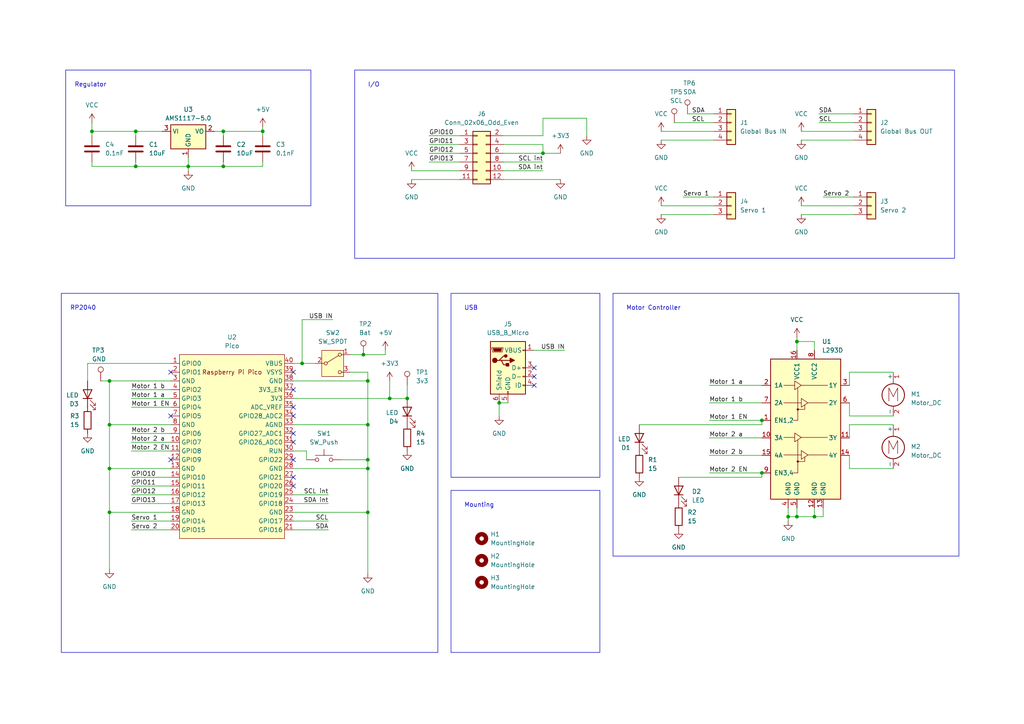
<source format=kicad_sch>
(kicad_sch (version 20230121) (generator eeschema)
  (paper "A4")
  (lib_symbols
    (symbol "Connector:TestPoint" (pin_numbers hide) (pin_names (offset 0.762) hide)
      (property "Reference" "TP" (at 0 6.858 0))
      (property "Value" "TestPoint" (at 0 5.08 0))
      (symbol "TestPoint_0_1"
        (circle (center 0 3.302) (radius 0.762))
      )
      (symbol "TestPoint_1_1"
        (pin passive line (at 0 0 90) (length 2.54) (name "1") (number "1"))
      )
    )
    (symbol "Connector:USB_B_Micro" (pin_names (offset 1.016))
      (property "Reference" "J" (at -5.08 11.43 0))
      (property "Value" "USB_B_Micro" (at -5.08 8.89 0))
      (symbol "USB_B_Micro_0_1"
        (rectangle (start -5.08 -7.62) (end 5.08 7.62) (stroke (width 0.254)) (fill (type background)))
        (circle (center -3.81 2.159) (radius 0.635) (stroke (width 0.254)) (fill (type outline)))
        (circle (center -0.635 3.429) (radius 0.381) (stroke (width 0.254)) (fill (type outline)))
        (rectangle (start -0.127 -7.62) (end 0.127 -6.858))
        (polyline (pts (xy -1.905 2.159) (xy 0.635 2.159)) (stroke (width 0.254)))
        (polyline (pts (xy -3.175 2.159) (xy -2.54 2.159) (xy -1.27 3.429) (xy -0.635 3.429)) (stroke (width 0.254)))
        (polyline (pts (xy -2.54 2.159) (xy -1.905 2.159) (xy -1.27 0.889) (xy 0 0.889)) (stroke (width 0.254)))
        (polyline (pts (xy 0.635 2.794) (xy 0.635 1.524) (xy 1.905 2.159) (xy 0.635 2.794)) (stroke (width 0.254)) (fill (type outline)))
        (polyline (pts (xy -4.318 5.588) (xy -1.778 5.588) (xy -2.032 4.826) (xy -4.064 4.826) (xy -4.318 5.588)) (fill (type outline)))
        (polyline (pts (xy -4.699 5.842) (xy -4.699 5.588) (xy -4.445 4.826) (xy -4.445 4.572) (xy -1.651 4.572) (xy -1.651 4.826) (xy -1.397 5.588) (xy -1.397 5.842) (xy -4.699 5.842)))
        (rectangle (start 0.254 1.27) (end -0.508 0.508) (stroke (width 0.254)) (fill (type outline)))
        (rectangle (start 5.08 -5.207) (end 4.318 -4.953))
        (rectangle (start 5.08 -2.667) (end 4.318 -2.413))
        (rectangle (start 5.08 -0.127) (end 4.318 0.127))
        (rectangle (start 5.08 4.953) (end 4.318 5.207))
      )
      (symbol "USB_B_Micro_1_1"
        (pin power_out line (at 7.62 5.08 180) (length 2.54) (name "VBUS") (number "1"))
        (pin bidirectional line (at 7.62 -2.54 180) (length 2.54) (name "D-") (number "2"))
        (pin bidirectional line (at 7.62 0 180) (length 2.54) (name "D+") (number "3"))
        (pin passive line (at 7.62 -5.08 180) (length 2.54) (name "ID") (number "4"))
        (pin power_out line (at 0 -10.16 90) (length 2.54) (name "GND") (number "5"))
        (pin passive line (at -2.54 -10.16 90) (length 2.54) (name "Shield") (number "6"))
      )
    )
    (symbol "Connector_Generic:Conn_01x03" (pin_names (offset 1.016) hide)
      (property "Reference" "J" (at 0 5.08 0))
      (property "Value" "Conn_01x03" (at 0 -5.08 0))
      (symbol "Conn_01x03_1_1"
        (rectangle (start -1.27 -2.413) (end 0 -2.667) (stroke (width 0.1524)))
        (rectangle (start -1.27 0.127) (end 0 -0.127) (stroke (width 0.1524)))
        (rectangle (start -1.27 2.667) (end 0 2.413) (stroke (width 0.1524)))
        (rectangle (start -1.27 3.81) (end 1.27 -3.81) (stroke (width 0.254)) (fill (type background)))
        (pin passive line (at -5.08 2.54 0) (length 3.81) (name "Pin_1") (number "1"))
        (pin passive line (at -5.08 0 0) (length 3.81) (name "Pin_2") (number "2"))
        (pin passive line (at -5.08 -2.54 0) (length 3.81) (name "Pin_3") (number "3"))
      )
    )
    (symbol "Connector_Generic:Conn_01x04" (pin_names (offset 1.016) hide)
      (property "Reference" "J" (at 0 5.08 0))
      (property "Value" "Conn_01x04" (at 0 -7.62 0))
      (symbol "Conn_01x04_1_1"
        (rectangle (start -1.27 -4.953) (end 0 -5.207) (stroke (width 0.1524)))
        (rectangle (start -1.27 -2.413) (end 0 -2.667) (stroke (width 0.1524)))
        (rectangle (start -1.27 0.127) (end 0 -0.127) (stroke (width 0.1524)))
        (rectangle (start -1.27 2.667) (end 0 2.413) (stroke (width 0.1524)))
        (rectangle (start -1.27 3.81) (end 1.27 -6.35) (stroke (width 0.254)) (fill (type background)))
        (pin passive line (at -5.08 2.54 0) (length 3.81) (name "Pin_1") (number "1"))
        (pin passive line (at -5.08 0 0) (length 3.81) (name "Pin_2") (number "2"))
        (pin passive line (at -5.08 -2.54 0) (length 3.81) (name "Pin_3") (number "3"))
        (pin passive line (at -5.08 -5.08 0) (length 3.81) (name "Pin_4") (number "4"))
      )
    )
    (symbol "Connector_Generic:Conn_02x06_Odd_Even" (pin_names (offset 1.016) hide)
      (property "Reference" "J" (at 1.27 7.62 0))
      (property "Value" "Conn_02x06_Odd_Even" (at 1.27 -10.16 0))
      (symbol "Conn_02x06_Odd_Even_1_1"
        (rectangle (start -1.27 -7.493) (end 0 -7.747) (stroke (width 0.1524)))
        (rectangle (start -1.27 -4.953) (end 0 -5.207) (stroke (width 0.1524)))
        (rectangle (start -1.27 -2.413) (end 0 -2.667) (stroke (width 0.1524)))
        (rectangle (start -1.27 0.127) (end 0 -0.127) (stroke (width 0.1524)))
        (rectangle (start -1.27 2.667) (end 0 2.413) (stroke (width 0.1524)))
        (rectangle (start -1.27 5.207) (end 0 4.953) (stroke (width 0.1524)))
        (rectangle (start -1.27 6.35) (end 3.81 -8.89) (stroke (width 0.254)) (fill (type background)))
        (rectangle (start 3.81 -7.493) (end 2.54 -7.747) (stroke (width 0.1524)))
        (rectangle (start 3.81 -4.953) (end 2.54 -5.207) (stroke (width 0.1524)))
        (rectangle (start 3.81 -2.413) (end 2.54 -2.667) (stroke (width 0.1524)))
        (rectangle (start 3.81 0.127) (end 2.54 -0.127) (stroke (width 0.1524)))
        (rectangle (start 3.81 2.667) (end 2.54 2.413) (stroke (width 0.1524)))
        (rectangle (start 3.81 5.207) (end 2.54 4.953) (stroke (width 0.1524)))
        (pin passive line (at -5.08 5.08 0) (length 3.81) (name "Pin_1") (number "1"))
        (pin passive line (at 7.62 -5.08 180) (length 3.81) (name "Pin_10") (number "10"))
        (pin passive line (at -5.08 -7.62 0) (length 3.81) (name "Pin_11") (number "11"))
        (pin passive line (at 7.62 -7.62 180) (length 3.81) (name "Pin_12") (number "12"))
        (pin passive line (at 7.62 5.08 180) (length 3.81) (name "Pin_2") (number "2"))
        (pin passive line (at -5.08 2.54 0) (length 3.81) (name "Pin_3") (number "3"))
        (pin passive line (at 7.62 2.54 180) (length 3.81) (name "Pin_4") (number "4"))
        (pin passive line (at -5.08 0 0) (length 3.81) (name "Pin_5") (number "5"))
        (pin passive line (at 7.62 0 180) (length 3.81) (name "Pin_6") (number "6"))
        (pin passive line (at -5.08 -2.54 0) (length 3.81) (name "Pin_7") (number "7"))
        (pin passive line (at 7.62 -2.54 180) (length 3.81) (name "Pin_8") (number "8"))
        (pin passive line (at -5.08 -5.08 0) (length 3.81) (name "Pin_9") (number "9"))
      )
    )
    (symbol "Device:C" (pin_numbers hide) (pin_names (offset 0.254))
      (property "Reference" "C" (at 0.635 2.54 0))
      (property "Value" "C" (at 0.635 -2.54 0))
      (symbol "C_0_1"
        (polyline (pts (xy -2.032 -0.762) (xy 2.032 -0.762)) (stroke (width 0.508)))
        (polyline (pts (xy -2.032 0.762) (xy 2.032 0.762)) (stroke (width 0.508)))
      )
      (symbol "C_1_1"
        (pin passive line (at 0 3.81 270) (length 2.794) (name "~") (number "1"))
        (pin passive line (at 0 -3.81 90) (length 2.794) (name "~") (number "2"))
      )
    )
    (symbol "Device:LED" (pin_numbers hide) (pin_names (offset 1.016) hide)
      (property "Reference" "D" (at 0 2.54 0))
      (property "Value" "LED" (at 0 -2.54 0))
      (symbol "LED_0_1"
        (polyline (pts (xy -1.27 -1.27) (xy -1.27 1.27)) (stroke (width 0.254)))
        (polyline (pts (xy -1.27 0) (xy 1.27 0)))
        (polyline (pts (xy 1.27 -1.27) (xy 1.27 1.27) (xy -1.27 0) (xy 1.27 -1.27)) (stroke (width 0.254)))
        (polyline (pts (xy -3.048 -0.762) (xy -4.572 -2.286) (xy -3.81 -2.286) (xy -4.572 -2.286) (xy -4.572 -1.524)))
        (polyline (pts (xy -1.778 -0.762) (xy -3.302 -2.286) (xy -2.54 -2.286) (xy -3.302 -2.286) (xy -3.302 -1.524)))
      )
      (symbol "LED_1_1"
        (pin passive line (at -3.81 0 0) (length 2.54) (name "K") (number "1"))
        (pin passive line (at 3.81 0 180) (length 2.54) (name "A") (number "2"))
      )
    )
    (symbol "Device:R" (pin_numbers hide) (pin_names (offset 0))
      (property "Reference" "R" (at 2.032 0 90))
      (property "Value" "R" (at 0 0 90))
      (symbol "R_0_1"
        (rectangle (start -1.016 -2.54) (end 1.016 2.54) (stroke (width 0.254)))
      )
      (symbol "R_1_1"
        (pin passive line (at 0 3.81 270) (length 1.27) (name "~") (number "1"))
        (pin passive line (at 0 -3.81 90) (length 1.27) (name "~") (number "2"))
      )
    )
    (symbol "Driver_Motor:L293D" (pin_names (offset 1.016))
      (property "Reference" "U" (at -5.08 26.035 0))
      (property "Value" "L293D" (at -5.08 24.13 0))
      (symbol "L293D_0_1"
        (rectangle (start -10.16 22.86) (end 10.16 -17.78) (stroke (width 0.254)) (fill (type background)))
        (circle (center -2.286 -6.858) (radius 0.254) (fill (type outline)))
        (circle (center -2.286 8.255) (radius 0.254) (fill (type outline)))
        (polyline (pts (xy -6.35 -4.953) (xy -1.27 -4.953)))
        (polyline (pts (xy -6.35 0.127) (xy -3.175 0.127)))
        (polyline (pts (xy -6.35 10.16) (xy -1.27 10.16)))
        (polyline (pts (xy -6.35 15.24) (xy -3.175 15.24)))
        (polyline (pts (xy -1.27 0.127) (xy 6.35 0.127)))
        (polyline (pts (xy -1.27 15.24) (xy 6.35 15.24)))
        (polyline (pts (xy 0.635 -4.953) (xy 6.35 -4.953)))
        (polyline (pts (xy 0.635 10.16) (xy 6.35 10.16)))
        (polyline (pts (xy -2.286 -6.858) (xy -0.254 -6.858) (xy -0.254 -5.588)))
        (polyline (pts (xy -2.286 -0.635) (xy -2.286 -10.16) (xy -3.556 -10.16)))
        (polyline (pts (xy -2.286 8.255) (xy -0.254 8.255) (xy -0.254 9.525)))
        (polyline (pts (xy -2.286 14.478) (xy -2.286 5.08) (xy -3.556 5.08)))
        (polyline (pts (xy -3.175 1.397) (xy -3.175 -1.143) (xy -1.27 0.127) (xy -3.175 1.397)))
        (polyline (pts (xy -3.175 16.51) (xy -3.175 13.97) (xy -1.27 15.24) (xy -3.175 16.51)))
        (polyline (pts (xy -1.27 -3.683) (xy -1.27 -6.223) (xy 0.635 -4.953) (xy -1.27 -3.683)))
        (polyline (pts (xy -1.27 11.43) (xy -1.27 8.89) (xy 0.635 10.16) (xy -1.27 11.43)))
      )
      (symbol "L293D_1_1"
        (pin input line (at -12.7 5.08 0) (length 2.54) (name "EN1,2") (number "1"))
        (pin input line (at -12.7 0 0) (length 2.54) (name "3A") (number "10"))
        (pin output line (at 12.7 0 180) (length 2.54) (name "3Y") (number "11"))
        (pin power_in line (at 2.54 -20.32 90) (length 2.54) (name "GND") (number "12"))
        (pin power_in line (at 5.08 -20.32 90) (length 2.54) (name "GND") (number "13"))
        (pin output line (at 12.7 -5.08 180) (length 2.54) (name "4Y") (number "14"))
        (pin input line (at -12.7 -5.08 0) (length 2.54) (name "4A") (number "15"))
        (pin power_in line (at -2.54 25.4 270) (length 2.54) (name "VCC1") (number "16"))
        (pin input line (at -12.7 15.24 0) (length 2.54) (name "1A") (number "2"))
        (pin output line (at 12.7 15.24 180) (length 2.54) (name "1Y") (number "3"))
        (pin power_in line (at -5.08 -20.32 90) (length 2.54) (name "GND") (number "4"))
        (pin power_in line (at -2.54 -20.32 90) (length 2.54) (name "GND") (number "5"))
        (pin output line (at 12.7 10.16 180) (length 2.54) (name "2Y") (number "6"))
        (pin input line (at -12.7 10.16 0) (length 2.54) (name "2A") (number "7"))
        (pin power_in line (at 2.54 25.4 270) (length 2.54) (name "VCC2") (number "8"))
        (pin input line (at -12.7 -10.16 0) (length 2.54) (name "EN3,4") (number "9"))
      )
    )
    (symbol "MCU_RaspberryPi_and_Boards:Pico_No_Debug"
      (property "Reference" "U2" (at 0 31.75 0))
      (property "Value" "Pico_No_Debug" (at 0 29.21 0))
      (symbol "Pico_No_Debug_0_0"
        (text "Raspberry Pi Pico" (at 0 21.59 0) (effects (font (size 1.27 1.27))))
      )
      (symbol "Pico_No_Debug_0_1"
        (rectangle (start -15.24 26.67) (end 15.24 -26.67) (fill (type background)))
      )
      (symbol "Pico_No_Debug_1_1"
        (pin bidirectional line (at -17.78 24.13 0) (length 2.54) (name "GPIO0") (number "1"))
        (pin bidirectional line (at -17.78 1.27 0) (length 2.54) (name "GPIO7") (number "10"))
        (pin bidirectional line (at -17.78 -1.27 0) (length 2.54) (name "GPIO8") (number "11"))
        (pin bidirectional line (at -17.78 -3.81 0) (length 2.54) (name "GPIO9") (number "12"))
        (pin power_in line (at -17.78 -6.35 0) (length 2.54) (name "GND") (number "13"))
        (pin bidirectional line (at -17.78 -8.89 0) (length 2.54) (name "GPIO10") (number "14"))
        (pin bidirectional line (at -17.78 -11.43 0) (length 2.54) (name "GPIO11") (number "15"))
        (pin bidirectional line (at -17.78 -13.97 0) (length 2.54) (name "GPIO12") (number "16"))
        (pin bidirectional line (at -17.78 -16.51 0) (length 2.54) (name "GPIO13") (number "17"))
        (pin power_in line (at -17.78 -19.05 0) (length 2.54) (name "GND") (number "18"))
        (pin bidirectional line (at -17.78 -21.59 0) (length 2.54) (name "GPIO14") (number "19"))
        (pin bidirectional line (at -17.78 21.59 0) (length 2.54) (name "GPIO1") (number "2"))
        (pin bidirectional line (at -17.78 -24.13 0) (length 2.54) (name "GPIO15") (number "20"))
        (pin bidirectional line (at 17.78 -24.13 180) (length 2.54) (name "GPIO16") (number "21"))
        (pin bidirectional line (at 17.78 -21.59 180) (length 2.54) (name "GPIO17") (number "22"))
        (pin power_in line (at 17.78 -19.05 180) (length 2.54) (name "GND") (number "23"))
        (pin bidirectional line (at 17.78 -16.51 180) (length 2.54) (name "GPIO18") (number "24"))
        (pin bidirectional line (at 17.78 -13.97 180) (length 2.54) (name "GPIO19") (number "25"))
        (pin bidirectional line (at 17.78 -11.43 180) (length 2.54) (name "GPIO20") (number "26"))
        (pin bidirectional line (at 17.78 -8.89 180) (length 2.54) (name "GPIO21") (number "27"))
        (pin power_in line (at 17.78 -6.35 180) (length 2.54) (name "GND") (number "28"))
        (pin bidirectional line (at 17.78 -3.81 180) (length 2.54) (name "GPIO22") (number "29"))
        (pin power_in line (at -17.78 19.05 0) (length 2.54) (name "GND") (number "3"))
        (pin input line (at 17.78 -1.27 180) (length 2.54) (name "RUN") (number "30"))
        (pin bidirectional line (at 17.78 1.27 180) (length 2.54) (name "GPIO26_ADC0") (number "31"))
        (pin bidirectional line (at 17.78 3.81 180) (length 2.54) (name "GPIO27_ADC1") (number "32"))
        (pin power_in line (at 17.78 6.35 180) (length 2.54) (name "AGND") (number "33"))
        (pin bidirectional line (at 17.78 8.89 180) (length 2.54) (name "GPIO28_ADC2") (number "34"))
        (pin power_in line (at 17.78 11.43 180) (length 2.54) (name "ADC_VREF") (number "35"))
        (pin power_in line (at 17.78 13.97 180) (length 2.54) (name "3V3") (number "36"))
        (pin input line (at 17.78 16.51 180) (length 2.54) (name "3V3_EN") (number "37"))
        (pin bidirectional line (at 17.78 19.05 180) (length 2.54) (name "GND") (number "38"))
        (pin power_in line (at 17.78 21.59 180) (length 2.54) (name "VSYS") (number "39"))
        (pin bidirectional line (at -17.78 16.51 0) (length 2.54) (name "GPIO2") (number "4"))
        (pin power_in line (at 17.78 24.13 180) (length 2.54) (name "VBUS") (number "40"))
        (pin bidirectional line (at -17.78 13.97 0) (length 2.54) (name "GPIO3") (number "5"))
        (pin bidirectional line (at -17.78 11.43 0) (length 2.54) (name "GPIO4") (number "6"))
        (pin bidirectional line (at -17.78 8.89 0) (length 2.54) (name "GPIO5") (number "7"))
        (pin power_in line (at -17.78 6.35 0) (length 2.54) (name "GND") (number "8"))
        (pin bidirectional line (at -17.78 3.81 0) (length 2.54) (name "GPIO6") (number "9"))
      )
    )
    (symbol "Mechanical:MountingHole" (pin_names (offset 1.016))
      (property "Reference" "H" (at 0 5.08 0))
      (property "Value" "MountingHole" (at 0 3.175 0))
      (symbol "MountingHole_0_1"
        (circle (center 0 0) (radius 1.27) (stroke (width 1.27)))
      )
    )
    (symbol "Motor:Motor_DC" (pin_names (offset 0))
      (property "Reference" "M" (at 2.54 2.54 0))
      (property "Value" "Motor_DC" (at 2.54 -5.08 0))
      (symbol "Motor_DC_0_0"
        (polyline (pts (xy -1.27 -3.302) (xy -1.27 0.508) (xy 0 -2.032) (xy 1.27 0.508) (xy 1.27 -3.302)))
      )
      (symbol "Motor_DC_0_1"
        (circle (center 0 -1.524) (radius 3.2512) (stroke (width 0.254)))
        (polyline (pts (xy 0 -7.62) (xy 0 -7.112)))
        (polyline (pts (xy 0 -4.7752) (xy 0 -5.1816)))
        (polyline (pts (xy 0 1.7272) (xy 0 2.0828)))
        (polyline (pts (xy 0 2.032) (xy 0 2.54)))
      )
      (symbol "Motor_DC_1_1"
        (pin passive line (at 0 5.08 270) (length 2.54) (name "+") (number "1"))
        (pin passive line (at 0 -7.62 90) (length 2.54) (name "-") (number "2"))
      )
    )
    (symbol "Regulator_Linear:AMS1117-5.0"
      (property "Reference" "U" (at -3.81 3.175 0))
      (property "Value" "AMS1117-5.0" (at 0 3.175 0))
      (symbol "AMS1117-5.0_0_1"
        (rectangle (start -5.08 -5.08) (end 5.08 1.905) (stroke (width 0.254)) (fill (type background)))
      )
      (symbol "AMS1117-5.0_1_1"
        (pin power_in line (at 0 -7.62 90) (length 2.54) (name "GND") (number "1"))
        (pin power_out line (at 7.62 0 180) (length 2.54) (name "VO") (number "2"))
        (pin power_in line (at -7.62 0 0) (length 2.54) (name "VI") (number "3"))
      )
    )
    (symbol "Switch:SW_Push" (pin_numbers hide) (pin_names (offset 1.016) hide)
      (property "Reference" "SW" (at 1.27 2.54 0))
      (property "Value" "SW_Push" (at 0 -1.524 0))
      (symbol "SW_Push_0_1"
        (circle (center -2.032 0) (radius 0.508))
        (polyline (pts (xy 0 1.27) (xy 0 3.048)))
        (polyline (pts (xy 2.54 1.27) (xy -2.54 1.27)))
        (circle (center 2.032 0) (radius 0.508))
        (pin passive line (at -5.08 0 0) (length 2.54) (name "1") (number "1"))
        (pin passive line (at 5.08 0 180) (length 2.54) (name "2") (number "2"))
      )
    )
    (symbol "Switch:SW_SPDT" (pin_names (offset 0) hide)
      (property "Reference" "SW" (at 0 5.08 0))
      (property "Value" "SW_SPDT" (at 0 -5.08 0))
      (symbol "SW_SPDT_0_1"
        (circle (center -2.032 0) (radius 0.4572))
        (polyline (pts (xy -1.651 0.254) (xy 1.651 2.286)))
        (circle (center 2.032 -2.54) (radius 0.4572))
        (circle (center 2.032 2.54) (radius 0.4572))
      )
      (symbol "SW_SPDT_1_1"
        (rectangle (start -3.175 3.81) (end 3.175 -3.81) (fill (type background)))
        (pin passive line (at 5.08 2.54 180) (length 2.54) (name "A") (number "1"))
        (pin passive line (at -5.08 0 0) (length 2.54) (name "B") (number "2"))
        (pin passive line (at 5.08 -2.54 180) (length 2.54) (name "C") (number "3"))
      )
    )
    (symbol "power:+3V3" (power) (pin_names (offset 0))
      (property "Value" "+3V3" (at 0 3.556 0))
      (symbol "+3V3_0_1"
        (polyline (pts (xy -0.762 1.27) (xy 0 2.54)))
        (polyline (pts (xy 0 0) (xy 0 2.54)))
        (polyline (pts (xy 0 2.54) (xy 0.762 1.27)))
      )
      (symbol "+3V3_1_1"
        (pin power_in line (at 0 0 90) (length 0) hide (name "+3V3") (number "1"))
      )
    )
    (symbol "power:+5V" (power) (pin_names (offset 0))
      (property "Value" "+5V" (at 0 3.556 0))
      (symbol "+5V_0_1"
        (polyline (pts (xy -0.762 1.27) (xy 0 2.54)))
        (polyline (pts (xy 0 0) (xy 0 2.54)))
        (polyline (pts (xy 0 2.54) (xy 0.762 1.27)))
      )
      (symbol "+5V_1_1"
        (pin power_in line (at 0 0 90) (length 0) hide (name "+5V") (number "1"))
      )
    )
    (symbol "power:GND" (power) (pin_names (offset 0))
      (property "Value" "GND" (at 0 -3.81 0))
      (symbol "GND_0_1"
        (polyline (pts (xy 0 0) (xy 0 -1.27) (xy 1.27 -1.27) (xy 0 -2.54) (xy -1.27 -1.27) (xy 0 -1.27)))
      )
      (symbol "GND_1_1"
        (pin power_in line (at 0 0 270) (length 0) hide (name "GND") (number "1"))
      )
    )
    (symbol "power:VCC" (power) (pin_names (offset 0))
      (property "Value" "VCC" (at 0 3.81 0))
      (symbol "VCC_0_1"
        (polyline (pts (xy -0.762 1.27) (xy 0 2.54)))
        (polyline (pts (xy 0 0) (xy 0 2.54)))
        (polyline (pts (xy 0 2.54) (xy 0.762 1.27)))
      )
      (symbol "VCC_1_1"
        (pin power_in line (at 0 0 90) (length 0) hide (name "VCC") (number "1"))
      )
    )
  )
  (junction (at 106.68 123.19))
  (junction (at 39.37 38.1))
  (junction (at 64.77 38.1))
  (junction (at 106.68 135.89))
  (junction (at 228.6 149.86))
  (junction (at 231.14 149.86))
  (junction (at 231.14 99.06))
  (junction (at 113.03 115.57))
  (junction (at 105.41 102.87))
  (junction (at 39.37 48.26))
  (junction (at 144.78 116.84))
  (junction (at 31.75 135.89))
  (junction (at 118.11 115.57))
  (junction (at 31.75 148.59))
  (junction (at 31.75 110.49))
  (junction (at 220.98 121.92))
  (junction (at 106.68 110.49))
  (junction (at 87.63 105.41))
  (junction (at 236.22 149.86))
  (junction (at 106.68 148.59))
  (junction (at 31.75 123.19))
  (junction (at 220.98 137.16))
  (junction (at 106.68 133.35))
  (junction (at 157.48 44.45))
  (junction (at 26.67 38.1))
  (junction (at 64.77 48.26))
  (junction (at 54.61 48.26))
  (junction (at 76.2 38.1))
  (no_connect (at 85.09 133.35))
  (no_connect (at 49.53 107.95))
  (no_connect (at 85.09 128.27))
  (no_connect (at 49.53 120.65))
  (no_connect (at 49.53 133.35))
  (no_connect (at 85.09 138.43))
  (no_connect (at 85.09 113.03))
  (no_connect (at 85.09 140.97))
  (no_connect (at 85.09 107.95))
  (no_connect (at 85.09 118.11))
  (no_connect (at 85.09 125.73))
  (no_connect (at 154.94 111.76))
  (no_connect (at 85.09 120.65))
  (no_connect (at 154.94 106.68))
  (no_connect (at 154.94 109.22))
  (wire (pts (xy 157.48 34.29) (xy 170.18 34.29)))
  (wire (pts (xy 26.67 48.26) (xy 39.37 48.26)))
  (wire (pts (xy 259.08 120.65) (xy 246.38 120.65)))
  (wire (pts (xy 157.48 44.45) (xy 162.56 44.45)))
  (wire (pts (xy 246.38 135.89) (xy 259.08 135.89)))
  (wire (pts (xy 31.75 110.49) (xy 31.75 123.19)))
  (wire (pts (xy 205.74 111.76) (xy 220.98 111.76)))
  (wire (pts (xy 231.14 149.86) (xy 231.14 147.32)))
  (wire (pts (xy 85.09 148.59) (xy 106.68 148.59)))
  (wire (pts (xy 163.83 101.6) (xy 154.94 101.6)))
  (wire (pts (xy 246.38 111.76) (xy 246.38 107.95)))
  (wire (pts (xy 124.46 44.45) (xy 133.35 44.45)))
  (wire (pts (xy 95.25 153.67) (xy 85.09 153.67)))
  (wire (pts (xy 39.37 38.1) (xy 46.99 38.1)))
  (wire (pts (xy 54.61 48.26) (xy 54.61 45.72)))
  (wire (pts (xy 38.1 113.03) (xy 49.53 113.03)))
  (wire (pts (xy 232.41 59.69) (xy 247.65 59.69)))
  (wire (pts (xy 231.14 149.86) (xy 236.22 149.86)))
  (wire (pts (xy 220.98 121.92) (xy 220.98 123.19)))
  (wire (pts (xy 205.74 137.16) (xy 220.98 137.16)))
  (wire (pts (xy 85.09 105.41) (xy 87.63 105.41)))
  (wire (pts (xy 38.1 151.13) (xy 49.53 151.13)))
  (wire (pts (xy 259.08 123.19) (xy 246.38 123.19)))
  (wire (pts (xy 228.6 151.13) (xy 228.6 149.86)))
  (wire (pts (xy 26.67 38.1) (xy 26.67 39.37)))
  (wire (pts (xy 106.68 148.59) (xy 106.68 166.37)))
  (wire (pts (xy 205.74 121.92) (xy 220.98 121.92)))
  (wire (pts (xy 220.98 137.16) (xy 220.98 138.43)))
  (wire (pts (xy 38.1 146.05) (xy 49.53 146.05)))
  (wire (pts (xy 64.77 39.37) (xy 64.77 38.1)))
  (wire (pts (xy 38.1 115.57) (xy 49.53 115.57)))
  (wire (pts (xy 231.14 99.06) (xy 231.14 101.6)))
  (wire (pts (xy 38.1 140.97) (xy 49.53 140.97)))
  (wire (pts (xy 146.05 44.45) (xy 157.48 44.45)))
  (wire (pts (xy 231.14 99.06) (xy 236.22 99.06)))
  (wire (pts (xy 106.68 123.19) (xy 106.68 110.49)))
  (wire (pts (xy 38.1 138.43) (xy 49.53 138.43)))
  (wire (pts (xy 87.63 105.41) (xy 91.44 105.41)))
  (wire (pts (xy 31.75 165.1) (xy 31.75 148.59)))
  (wire (pts (xy 38.1 153.67) (xy 49.53 153.67)))
  (wire (pts (xy 231.14 97.79) (xy 231.14 99.06)))
  (wire (pts (xy 246.38 123.19) (xy 246.38 127)))
  (wire (pts (xy 85.09 130.81) (xy 88.9 130.81)))
  (wire (pts (xy 198.12 57.15) (xy 207.01 57.15)))
  (wire (pts (xy 95.25 143.51) (xy 85.09 143.51)))
  (wire (pts (xy 238.76 149.86) (xy 238.76 147.32)))
  (wire (pts (xy 157.48 41.91) (xy 157.48 44.45)))
  (wire (pts (xy 199.39 33.02) (xy 207.01 33.02)))
  (wire (pts (xy 246.38 107.95) (xy 259.08 107.95)))
  (wire (pts (xy 49.53 105.41) (xy 25.4 105.41)))
  (wire (pts (xy 205.74 116.84) (xy 220.98 116.84)))
  (wire (pts (xy 39.37 48.26) (xy 39.37 46.99)))
  (wire (pts (xy 205.74 132.08) (xy 220.98 132.08)))
  (wire (pts (xy 31.75 110.49) (xy 49.53 110.49)))
  (wire (pts (xy 85.09 115.57) (xy 113.03 115.57)))
  (wire (pts (xy 106.68 123.19) (xy 106.68 133.35)))
  (wire (pts (xy 119.38 52.07) (xy 133.35 52.07)))
  (wire (pts (xy 146.05 46.99) (xy 157.48 46.99)))
  (wire (pts (xy 31.75 135.89) (xy 49.53 135.89)))
  (wire (pts (xy 232.41 38.1) (xy 247.65 38.1)))
  (wire (pts (xy 54.61 48.26) (xy 64.77 48.26)))
  (wire (pts (xy 246.38 120.65) (xy 246.38 116.84)))
  (wire (pts (xy 106.68 133.35) (xy 106.68 135.89)))
  (wire (pts (xy 38.1 128.27) (xy 49.53 128.27)))
  (wire (pts (xy 236.22 149.86) (xy 236.22 147.32)))
  (wire (pts (xy 146.05 49.53) (xy 157.48 49.53)))
  (wire (pts (xy 236.22 99.06) (xy 236.22 101.6)))
  (wire (pts (xy 228.6 149.86) (xy 231.14 149.86)))
  (wire (pts (xy 157.48 39.37) (xy 157.48 34.29)))
  (wire (pts (xy 29.21 110.49) (xy 31.75 110.49)))
  (wire (pts (xy 195.58 35.56) (xy 207.01 35.56)))
  (wire (pts (xy 76.2 48.26) (xy 76.2 46.99)))
  (wire (pts (xy 54.61 48.26) (xy 54.61 49.53)))
  (wire (pts (xy 237.49 33.02) (xy 247.65 33.02)))
  (wire (pts (xy 111.76 101.6) (xy 111.76 102.87)))
  (wire (pts (xy 64.77 38.1) (xy 76.2 38.1)))
  (wire (pts (xy 39.37 39.37) (xy 39.37 38.1)))
  (wire (pts (xy 38.1 125.73) (xy 49.53 125.73)))
  (wire (pts (xy 157.48 41.91) (xy 146.05 41.91)))
  (wire (pts (xy 49.53 123.19) (xy 31.75 123.19)))
  (wire (pts (xy 88.9 130.81) (xy 88.9 133.35)))
  (wire (pts (xy 236.22 149.86) (xy 238.76 149.86)))
  (wire (pts (xy 124.46 41.91) (xy 133.35 41.91)))
  (wire (pts (xy 26.67 38.1) (xy 39.37 38.1)))
  (wire (pts (xy 87.63 92.71) (xy 87.63 105.41)))
  (wire (pts (xy 38.1 118.11) (xy 49.53 118.11)))
  (wire (pts (xy 146.05 52.07) (xy 162.56 52.07)))
  (wire (pts (xy 220.98 138.43) (xy 196.85 138.43)))
  (wire (pts (xy 238.76 57.15) (xy 247.65 57.15)))
  (wire (pts (xy 101.6 107.95) (xy 106.68 107.95)))
  (wire (pts (xy 205.74 127) (xy 220.98 127)))
  (wire (pts (xy 124.46 39.37) (xy 133.35 39.37)))
  (wire (pts (xy 39.37 48.26) (xy 54.61 48.26)))
  (wire (pts (xy 106.68 135.89) (xy 85.09 135.89)))
  (wire (pts (xy 38.1 130.81) (xy 49.53 130.81)))
  (wire (pts (xy 96.52 92.71) (xy 87.63 92.71)))
  (wire (pts (xy 106.68 107.95) (xy 106.68 110.49)))
  (wire (pts (xy 232.41 40.64) (xy 247.65 40.64)))
  (wire (pts (xy 64.77 48.26) (xy 64.77 46.99)))
  (wire (pts (xy 25.4 105.41) (xy 25.4 110.49)))
  (wire (pts (xy 64.77 48.26) (xy 76.2 48.26)))
  (wire (pts (xy 26.67 35.56) (xy 26.67 38.1)))
  (wire (pts (xy 191.77 59.69) (xy 207.01 59.69)))
  (wire (pts (xy 106.68 148.59) (xy 106.68 135.89)))
  (wire (pts (xy 38.1 143.51) (xy 49.53 143.51)))
  (wire (pts (xy 144.78 116.84) (xy 147.32 116.84)))
  (wire (pts (xy 76.2 36.83) (xy 76.2 38.1)))
  (wire (pts (xy 101.6 102.87) (xy 105.41 102.87)))
  (wire (pts (xy 106.68 110.49) (xy 85.09 110.49)))
  (wire (pts (xy 146.05 39.37) (xy 157.48 39.37)))
  (wire (pts (xy 99.06 133.35) (xy 106.68 133.35)))
  (wire (pts (xy 113.03 110.49) (xy 113.03 115.57)))
  (wire (pts (xy 246.38 132.08) (xy 246.38 135.89)))
  (wire (pts (xy 95.25 146.05) (xy 85.09 146.05)))
  (wire (pts (xy 220.98 123.19) (xy 185.42 123.19)))
  (wire (pts (xy 124.46 46.99) (xy 133.35 46.99)))
  (wire (pts (xy 191.77 40.64) (xy 207.01 40.64)))
  (wire (pts (xy 64.77 38.1) (xy 62.23 38.1)))
  (wire (pts (xy 31.75 123.19) (xy 31.75 135.89)))
  (wire (pts (xy 119.38 49.53) (xy 133.35 49.53)))
  (wire (pts (xy 118.11 111.76) (xy 118.11 115.57)))
  (wire (pts (xy 228.6 149.86) (xy 228.6 147.32)))
  (wire (pts (xy 191.77 62.23) (xy 207.01 62.23)))
  (wire (pts (xy 31.75 148.59) (xy 49.53 148.59)))
  (wire (pts (xy 144.78 120.65) (xy 144.78 116.84)))
  (wire (pts (xy 111.76 102.87) (xy 105.41 102.87)))
  (wire (pts (xy 106.68 123.19) (xy 85.09 123.19)))
  (wire (pts (xy 76.2 39.37) (xy 76.2 38.1)))
  (wire (pts (xy 113.03 115.57) (xy 118.11 115.57)))
  (wire (pts (xy 191.77 38.1) (xy 207.01 38.1)))
  (wire (pts (xy 26.67 46.99) (xy 26.67 48.26)))
  (wire (pts (xy 170.18 34.29) (xy 170.18 39.37)))
  (wire (pts (xy 31.75 148.59) (xy 31.75 135.89)))
  (wire (pts (xy 237.49 35.56) (xy 247.65 35.56)))
  (wire (pts (xy 95.25 151.13) (xy 85.09 151.13)))
  (wire (pts (xy 232.41 62.23) (xy 247.65 62.23)))
  (rectangle (start 177.8 85.09) (end 278.13 161.29))
  (rectangle (start 102.87 20.32) (end 276.86 74.93))
  (rectangle (start 19.05 20.32) (end 90.17 59.69))
  (rectangle (start 17.78 85.09) (end 127 189.23))
  (rectangle (start 130.81 85.09) (end 173.99 138.43))
  (rectangle (start 130.81 142.24) (end 173.99 189.23))
  (text "RP2040\n" (at 20.32 90.17 0) (effects (font (size 1.27 1.27)) (justify left bottom)))
  (text "USB" (at 134.62 90.17 0) (effects (font (size 1.27 1.27)) (justify left bottom)))
  (text "Motor Controller" (at 181.61 90.17 0) (effects (font (size 1.27 1.27)) (justify left bottom)))
  (text "Regulator" (at 21.59 25.4 0) (effects (font (size 1.27 1.27)) (justify left bottom)))
  (text "Mounting" (at 134.62 147.32 0) (effects (font (size 1.27 1.27)) (justify left bottom)))
  (text "I/O" (at 106.68 25.4 0) (effects (font (size 1.27 1.27)) (justify left bottom)))
  (label "SCL int" (at 157.48 46.99 180))
  (label "Servo 2" (at 238.76 57.15 0))
  (label "SCL" (at 200.66 35.56 0))
  (label "Motor 1 a" (at 205.74 111.76 0))
  (label "SCL" (at 95.25 151.13 180))
  (label "SDA int" (at 95.25 146.05 180))
  (label "SDA" (at 200.66 33.02 0))
  (label "SDA int" (at 157.48 49.53 180))
  (label "GPIO10" (at 124.46 39.37 0))
  (label "GPIO10" (at 38.1 138.43 0))
  (label "GPIO12" (at 38.1 143.51 0))
  (label "Motor 1 EN" (at 205.74 121.92 0))
  (label "Motor 2 b" (at 205.74 132.08 0))
  (label "GPIO11" (at 38.1 140.97 0))
  (label "SDA" (at 237.49 33.02 0))
  (label "GPIO11" (at 124.46 41.91 0))
  (label "GPIO13" (at 38.1 146.05 0))
  (label "GPIO13" (at 124.46 46.99 0))
  (label "Motor 2 EN" (at 205.74 137.16 0))
  (label "GPIO12" (at 124.46 44.45 0))
  (label "Motor 2 b" (at 38.1 125.73 0))
  (label "USB IN" (at 96.52 92.71 180))
  (label "Servo 1" (at 198.12 57.15 0))
  (label "Motor 2 a" (at 38.1 128.27 0))
  (label "Servo 1" (at 38.1 151.13 0))
  (label "SCL" (at 237.49 35.56 0))
  (label "SCL int" (at 95.25 143.51 180))
  (label "Motor 1 b" (at 205.74 116.84 0))
  (label "Motor 2 EN" (at 38.1 130.81 0))
  (label "Motor 1 EN" (at 38.1 118.11 0))
  (label "SDA" (at 95.25 153.67 180))
  (label "Motor 2 a" (at 205.74 127 0))
  (label "Motor 1 b" (at 38.1 113.03 0))
  (label "Motor 1 a" (at 38.1 115.57 0))
  (label "USB IN" (at 163.83 101.6 180))
  (label "Servo 2" (at 38.1 153.67 0))
  (symbol (lib_id "power:GND") (at 106.68 166.37 0) (unit 1)
    (property "Reference" "#PWR013" (effects hide))
    (property "Value" "GND" (at 106.68 171.45 0))
  )
  (symbol (lib_id "Device:LED") (at 25.4 114.3 90) (unit 1)
    (property "Reference" "D3" (at 22.86 117.1575 90) (effects (justify left)))
    (property "Value" "LED" (at 22.86 114.6175 90) (effects (justify left)))
    (property "Footprint" "LED_SMD:LED_0805_2012Metric_Pad1.15x1.40mm_HandSolder" (effects hide))
  )
  (symbol (lib_id "power:GND") (at 54.61 49.53 0) (unit 1)
    (property "Reference" "#PWR010" (effects hide))
    (property "Value" "GND" (at 54.61 54.61 0))
  )
  (symbol (lib_id "Device:C") (at 76.2 43.18 0) (unit 1)
    (property "Reference" "C3" (at 80.01 41.91 0) (effects (justify left)))
    (property "Value" "0.1nF" (at 80.01 44.45 0) (effects (justify left)))
    (property "Footprint" "Capacitor_SMD:C_0805_2012Metric_Pad1.18x1.45mm_HandSolder" (effects hide))
  )
  (symbol (lib_id "Connector_Generic:Conn_01x04") (at 212.09 35.56 0) (unit 1)
    (property "Reference" "J1" (at 214.63 35.56 0) (effects (justify left)))
    (property "Value" "Global Bus IN" (at 214.63 38.1 0) (effects (justify left)))
    (property "Footprint" "Connector_JST:JST_VH_B4P-VH_1x04_P3.96mm_Vertical" (effects hide))
  )
  (symbol (lib_id "Connector_Generic:Conn_01x04") (at 252.73 35.56 0) (unit 1)
    (property "Reference" "J2" (at 255.27 35.56 0) (effects (justify left)))
    (property "Value" "Global Bus OUT" (at 255.27 38.1 0) (effects (justify left)))
    (property "Footprint" "Connector_JST:JST_VH_B4P-VH_1x04_P3.96mm_Vertical" (effects hide))
  )
  (symbol (lib_id "power:+3V3") (at 162.56 44.45 0) (unit 1)
    (property "Reference" "#PWR022" (effects hide))
    (property "Value" "+3V3" (at 162.56 39.37 0))
  )
  (symbol (lib_id "Connector:TestPoint") (at 29.21 110.49 0) (unit 1)
    (property "Reference" "TP3" (at 26.67 101.6 0) (effects (justify left)))
    (property "Value" "GND" (at 26.67 104.14 0) (effects (justify left)))
    (property "Footprint" "TestPoint:TestPoint_Pad_D2.5mm" (effects hide))
  )
  (symbol (lib_id "power:VCC") (at 26.67 35.56 0) (unit 1)
    (property "Reference" "#PWR09" (effects hide))
    (property "Value" "VCC" (at 26.67 30.48 0))
  )
  (symbol (lib_id "power:GND") (at 232.41 62.23 0) (unit 1)
    (property "Reference" "#PWR06" (effects hide))
    (property "Value" "GND" (at 232.41 67.31 0))
  )
  (symbol (lib_id "power:GND") (at 118.11 130.81 0) (unit 1)
    (property "Reference" "#PWR027" (effects hide))
    (property "Value" "GND" (at 118.11 135.89 0))
  )
  (symbol (lib_id "power:+5V") (at 111.76 101.6 0) (unit 1)
    (property "Reference" "#PWR015" (effects hide))
    (property "Value" "+5V" (at 111.76 96.52 0))
  )
  (symbol (lib_id "power:GND") (at 191.77 62.23 0) (unit 1)
    (property "Reference" "#PWR08" (effects hide))
    (property "Value" "GND" (at 191.77 67.31 0))
  )
  (symbol (lib_id "Motor:Motor_DC") (at 259.08 128.27 0) (unit 1)
    (property "Reference" "M2" (at 264.16 129.54 0) (effects (justify left)))
    (property "Value" "Motor_DC" (at 264.16 132.08 0) (effects (justify left)))
    (property "Footprint" "Connector_PinHeader_2.54mm:PinHeader_1x02_P2.54mm_Vertical" (effects hide))
  )
  (symbol (lib_id "power:GND") (at 196.85 153.67 0) (unit 1)
    (property "Reference" "#PWR018" (effects hide))
    (property "Value" "GND" (at 196.85 158.75 0))
  )
  (symbol (lib_id "power:GND") (at 25.4 125.73 0) (unit 1)
    (property "Reference" "#PWR026" (effects hide))
    (property "Value" "GND" (at 25.4 130.81 0))
  )
  (symbol (lib_id "Device:R") (at 118.11 127 0) (unit 1)
    (property "Reference" "R4" (at 120.65 125.73 0) (effects (justify left)))
    (property "Value" "15" (at 120.65 128.27 0) (effects (justify left)))
    (property "Footprint" "Resistor_SMD:R_0805_2012Metric_Pad1.20x1.40mm_HandSolder" (effects hide))
  )
  (symbol (lib_id "Device:R") (at 196.85 149.86 0) (unit 1)
    (property "Reference" "R2" (at 199.39 148.59 0) (effects (justify left)))
    (property "Value" "15" (at 199.39 151.13 0) (effects (justify left)))
    (property "Footprint" "Resistor_SMD:R_0805_2012Metric_Pad1.20x1.40mm_HandSolder" (effects hide))
  )
  (symbol (lib_id "Device:R") (at 25.4 121.92 0) (unit 1)
    (property "Reference" "R3" (at 20.32 120.65 0) (effects (justify left)))
    (property "Value" "15" (at 20.32 123.19 0) (effects (justify left)))
    (property "Footprint" "Resistor_SMD:R_0805_2012Metric_Pad1.20x1.40mm_HandSolder" (effects hide))
  )
  (symbol (lib_id "power:GND") (at 144.78 120.65 0) (unit 1)
    (property "Reference" "#PWR025" (effects hide))
    (property "Value" "GND" (at 144.78 125.73 0))
  )
  (symbol (lib_id "power:VCC") (at 191.77 59.69 0) (unit 1)
    (property "Reference" "#PWR07" (effects hide))
    (property "Value" "VCC" (at 191.77 54.61 0))
  )
  (symbol (lib_id "Switch:SW_Push") (at 93.98 133.35 0) (unit 1)
    (property "Reference" "SW1" (at 93.98 125.73 0))
    (property "Value" "SW_Push" (at 93.98 128.27 0))
    (property "Footprint" "Button_Switch_THT:SW_PUSH_6mm" (effects hide))
  )
  (symbol (lib_id "power:GND") (at 185.42 138.43 0) (unit 1)
    (property "Reference" "#PWR019" (effects hide))
    (property "Value" "GND" (at 185.42 143.51 0))
  )
  (symbol (lib_id "Connector:TestPoint") (at 118.11 111.76 0) (unit 1)
    (property "Reference" "TP1" (at 120.65 107.95 0) (effects (justify left)))
    (property "Value" "3v3" (at 120.65 110.49 0) (effects (justify left)))
    (property "Footprint" "TestPoint:TestPoint_Pad_D2.5mm" (effects hide))
  )
  (symbol (lib_id "power:VCC") (at 231.14 97.79 0) (unit 1)
    (property "Reference" "#PWR016" (effects hide))
    (property "Value" "VCC" (at 231.14 92.71 0))
  )
  (symbol (lib_id "Connector:USB_B_Micro") (at 147.32 106.68 0) (unit 1)
    (property "Reference" "J5" (at 147.32 93.98 0))
    (property "Value" "USB_B_Micro" (at 147.32 96.52 0))
    (property "Footprint" "Library:MicroUSB" (effects hide))
  )
  (symbol (lib_id "power:VCC") (at 232.41 59.69 0) (unit 1)
    (property "Reference" "#PWR05" (effects hide))
    (property "Value" "VCC" (at 232.41 54.61 0))
  )
  (symbol (lib_id "Device:C") (at 39.37 43.18 0) (unit 1)
    (property "Reference" "C1" (at 43.18 41.91 0) (effects (justify left)))
    (property "Value" "10uF" (at 43.18 44.45 0) (effects (justify left)))
    (property "Footprint" "Capacitor_SMD:C_0805_2012Metric_Pad1.18x1.45mm_HandSolder" (effects hide))
  )
  (symbol (lib_id "power:GND") (at 162.56 52.07 0) (unit 1)
    (property "Reference" "#PWR023" (effects hide))
    (property "Value" "GND" (at 162.56 57.15 0))
  )
  (symbol (lib_id "Device:C") (at 26.67 43.18 0) (unit 1)
    (property "Reference" "C4" (at 30.48 41.91 0) (effects (justify left)))
    (property "Value" "0.1nF" (at 30.48 44.45 0) (effects (justify left)))
    (property "Footprint" "Capacitor_SMD:C_0805_2012Metric_Pad1.18x1.45mm_HandSolder" (effects hide))
  )
  (symbol (lib_id "MCU_RaspberryPi_and_Boards:Pico_No_Debug") (at 67.31 129.54 0) (unit 1)
    (property "Reference" "U2" (at 67.31 97.79 0))
    (property "Value" "Pico" (at 67.31 100.33 0))
    (property "Footprint" "MCU_RaspberryPi_and_Boards:RPi_Pico_SMD no debug" (effects hide))
  )
  (symbol (lib_id "Mechanical:MountingHole") (at 139.7 156.21 0) (unit 1)
    (property "Reference" "H1" (at 142.24 154.94 0) (effects (justify left)))
    (property "Value" "MountingHole" (at 142.24 157.48 0) (effects (justify left)))
    (property "Footprint" "MountingHole:MountingHole_2.5mm_Pad_TopBottom" (effects hide))
  )
  (symbol (lib_id "Device:LED") (at 185.42 127 90) (unit 1)
    (property "Reference" "D1" (at 182.88 129.8575 90) (effects (justify left)))
    (property "Value" "LED" (at 182.88 127.3175 90) (effects (justify left)))
    (property "Footprint" "LED_SMD:LED_0805_2012Metric_Pad1.15x1.40mm_HandSolder" (effects hide))
  )
  (symbol (lib_id "Connector_Generic:Conn_02x06_Odd_Even") (at 138.43 44.45 0) (unit 1)
    (property "Reference" "J6" (at 139.7 33.02 0))
    (property "Value" "Conn_02x06_Odd_Even" (at 139.7 35.56 0))
    (property "Footprint" "Connector_PinHeader_2.54mm:PinHeader_2x06_P2.54mm_Vertical" (effects hide))
  )
  (symbol (lib_id "power:GND") (at 232.41 40.64 0) (unit 1)
    (property "Reference" "#PWR04" (effects hide))
    (property "Value" "GND" (at 232.41 45.72 0))
  )
  (symbol (lib_id "Connector_Generic:Conn_01x03") (at 212.09 59.69 0) (unit 1)
    (property "Reference" "J4" (at 214.63 58.42 0) (effects (justify left)))
    (property "Value" "Servo 1" (at 214.63 60.96 0) (effects (justify left)))
    (property "Footprint" "Connector_PinHeader_2.54mm:PinHeader_1x03_P2.54mm_Vertical" (effects hide))
  )
  (symbol (lib_id "power:GND") (at 119.38 52.07 0) (unit 1)
    (property "Reference" "#PWR021" (effects hide))
    (property "Value" "GND" (at 119.38 57.15 0))
  )
  (symbol (lib_id "power:VCC") (at 191.77 38.1 0) (unit 1)
    (property "Reference" "#PWR02" (effects hide))
    (property "Value" "VCC" (at 191.77 33.02 0))
  )
  (symbol (lib_id "Connector_Generic:Conn_01x03") (at 252.73 59.69 0) (unit 1)
    (property "Reference" "J3" (at 255.27 58.42 0) (effects (justify left)))
    (property "Value" "Servo 2" (at 255.27 60.96 0) (effects (justify left)))
    (property "Footprint" "Connector_PinHeader_2.54mm:PinHeader_1x03_P2.54mm_Vertical" (effects hide))
  )
  (symbol (lib_id "Device:LED") (at 118.11 119.38 90) (unit 1)
    (property "Reference" "D4" (at 115.57 122.2375 90) (effects (justify left)))
    (property "Value" "LED" (at 115.57 119.6975 90) (effects (justify left)))
    (property "Footprint" "LED_SMD:LED_0805_2012Metric_Pad1.15x1.40mm_HandSolder" (effects hide))
  )
  (symbol (lib_id "power:+5V") (at 76.2 36.83 0) (unit 1)
    (property "Reference" "#PWR011" (effects hide))
    (property "Value" "+5V" (at 76.2 31.75 0))
  )
  (symbol (lib_id "Mechanical:MountingHole") (at 139.7 168.91 0) (unit 1)
    (property "Reference" "H3" (at 142.24 167.64 0) (effects (justify left)))
    (property "Value" "MountingHole" (at 142.24 170.18 0) (effects (justify left)))
    (property "Footprint" "MountingHole:MountingHole_2.5mm_Pad_TopBottom" (effects hide))
  )
  (symbol (lib_id "Connector:TestPoint") (at 105.41 102.87 0) (unit 1)
    (property "Reference" "TP2" (at 104.14 93.98 0) (effects (justify left)))
    (property "Value" "Bat" (at 104.14 96.52 0) (effects (justify left)))
    (property "Footprint" "TestPoint:TestPoint_Pad_D2.5mm" (effects hide))
  )
  (symbol (lib_id "Device:R") (at 185.42 134.62 0) (unit 1)
    (property "Reference" "R1" (at 187.96 133.35 0) (effects (justify left)))
    (property "Value" "15" (at 187.96 135.89 0) (effects (justify left)))
    (property "Footprint" "Resistor_SMD:R_0805_2012Metric_Pad1.20x1.40mm_HandSolder" (effects hide))
  )
  (symbol (lib_id "power:VCC") (at 232.41 38.1 0) (unit 1)
    (property "Reference" "#PWR03" (effects hide))
    (property "Value" "VCC" (at 232.41 33.02 0))
  )
  (symbol (lib_id "Device:C") (at 64.77 43.18 0) (unit 1)
    (property "Reference" "C2" (at 68.58 41.91 0) (effects (justify left)))
    (property "Value" "10uF" (at 68.58 44.45 0) (effects (justify left)))
    (property "Footprint" "Capacitor_SMD:C_0805_2012Metric_Pad1.18x1.45mm_HandSolder" (effects hide))
  )
  (symbol (lib_id "power:GND") (at 191.77 40.64 0) (unit 1)
    (property "Reference" "#PWR01" (effects hide))
    (property "Value" "GND" (at 191.77 45.72 0))
  )
  (symbol (lib_id "power:GND") (at 31.75 165.1 0) (unit 1)
    (property "Reference" "#PWR012" (effects hide))
    (property "Value" "GND" (at 31.75 170.18 0))
  )
  (symbol (lib_id "Device:LED") (at 196.85 142.24 90) (unit 1)
    (property "Reference" "D2" (at 200.66 142.5575 90) (effects (justify right)))
    (property "Value" "LED" (at 200.66 145.0975 90) (effects (justify right)))
    (property "Footprint" "LED_SMD:LED_0805_2012Metric_Pad1.15x1.40mm_HandSolder" (effects hide))
  )
  (symbol (lib_id "power:VCC") (at 119.38 49.53 0) (unit 1)
    (property "Reference" "#PWR020" (effects hide))
    (property "Value" "VCC" (at 119.38 44.45 0))
  )
  (symbol (lib_id "Switch:SW_SPDT") (at 96.52 105.41 0) (unit 1)
    (property "Reference" "SW2" (at 96.52 96.52 0))
    (property "Value" "SW_SPDT" (at 96.52 99.06 0))
    (property "Footprint" "Connector_PinHeader_2.54mm:PinHeader_1x03_P2.54mm_Vertical" (effects hide))
  )
  (symbol (lib_id "Motor:Motor_DC") (at 259.08 113.03 0) (unit 1)
    (property "Reference" "M1" (at 264.16 114.3 0) (effects (justify left)))
    (property "Value" "Motor_DC" (at 264.16 116.84 0) (effects (justify left)))
    (property "Footprint" "Connector_PinHeader_2.54mm:PinHeader_1x02_P2.54mm_Vertical" (effects hide))
  )
  (symbol (lib_id "Regulator_Linear:AMS1117-5.0") (at 54.61 38.1 0) (unit 1)
    (property "Reference" "U3" (at 54.61 31.75 0))
    (property "Value" "AMS1117-5.0" (at 54.61 34.29 0))
    (property "Footprint" "Package_TO_SOT_SMD:SOT-223-3_TabPin2" (effects hide))
    (property "Datasheet" "http://www.advanced-monolithic.com/pdf/ds1117.pdf" (effects hide))
  )
  (symbol (lib_id "power:GND") (at 228.6 151.13 0) (unit 1)
    (property "Reference" "#PWR017" (effects hide))
    (property "Value" "GND" (at 228.6 156.21 0))
  )
  (symbol (lib_id "power:+3V3") (at 113.03 110.49 0) (unit 1)
    (property "Reference" "#PWR014" (effects hide))
    (property "Value" "+3V3" (at 113.03 105.41 0))
  )
  (symbol (lib_id "power:GND") (at 170.18 39.37 0) (unit 1)
    (property "Reference" "#PWR024" (effects hide))
    (property "Value" "GND" (at 170.18 44.45 0))
  )
  (symbol (lib_id "Mechanical:MountingHole") (at 139.7 162.56 0) (unit 1)
    (property "Reference" "H2" (at 142.24 161.29 0) (effects (justify left)))
    (property "Value" "MountingHole" (at 142.24 163.83 0) (effects (justify left)))
    (property "Footprint" "MountingHole:MountingHole_2.5mm_Pad_TopBottom" (effects hide))
  )
  (symbol (lib_id "Connector:TestPoint") (at 199.39 33.02 0) (unit 1)
    (property "Reference" "TP6" (at 198.12 24.13 0) (effects (justify left)))
    (property "Value" "SDA" (at 198.12 26.67 0) (effects (justify left)))
    (property "Footprint" "TestPoint:TestPoint_Pad_D2.5mm" (effects hide))
  )
  (symbol (lib_id "Connector:TestPoint") (at 195.58 35.56 0) (unit 1)
    (property "Reference" "TP5" (at 194.31 26.67 0) (effects (justify left)))
    (property "Value" "SCL" (at 194.31 29.21 0) (effects (justify left)))
    (property "Footprint" "TestPoint:TestPoint_Pad_D2.5mm" (effects hide))
  )
  (symbol (lib_id "Driver_Motor:L293D") (at 233.68 127 0) (unit 1)
    (property "Reference" "U1" (at 238.4141 99.06 0) (effects (justify left)))
    (property "Value" "L293D" (at 238.4141 101.6 0) (effects (justify left)))
    (property "Footprint" "Package_DIP:DIP-16_W7.62mm" (effects hide))
    (property "Datasheet" "http://www.ti.com/lit/ds/symlink/l293.pdf" (effects hide))
  )
)
</source>
